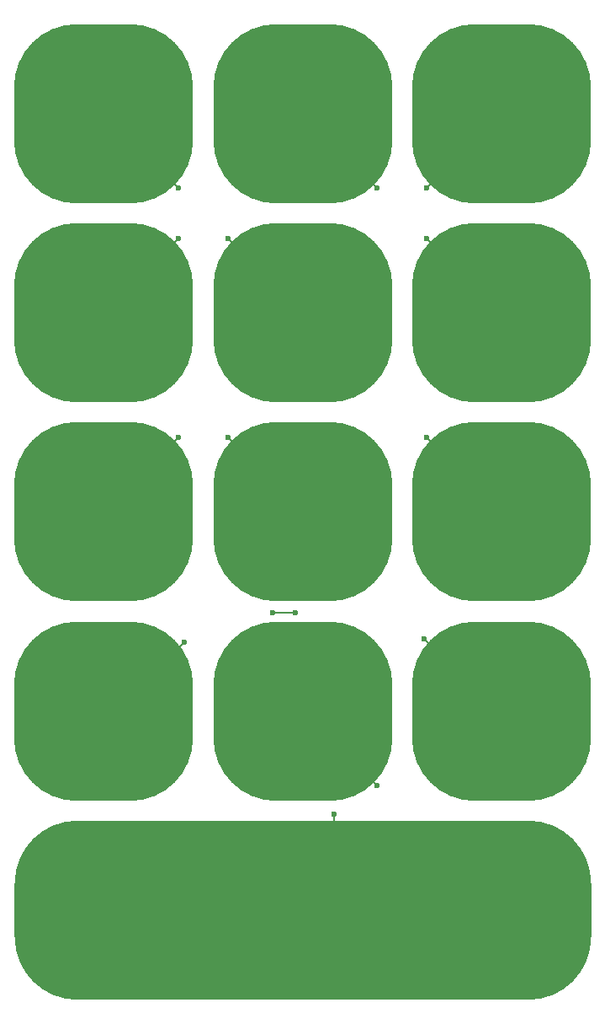
<source format=gtl>
G04 #@! TF.GenerationSoftware,KiCad,Pcbnew,8.0.5-8.0.5-0~ubuntu24.04.1*
G04 #@! TF.CreationDate,2024-10-02T13:28:41+10:00*
G04 #@! TF.ProjectId,Touch Keypad,546f7563-6820-44b6-9579-7061642e6b69,rev?*
G04 #@! TF.SameCoordinates,PXbebc200PY8b3c880*
G04 #@! TF.FileFunction,Copper,L1,Top*
G04 #@! TF.FilePolarity,Positive*
%FSLAX46Y46*%
G04 Gerber Fmt 4.6, Leading zero omitted, Abs format (unit mm)*
G04 Created by KiCad (PCBNEW 8.0.5-8.0.5-0~ubuntu24.04.1) date 2024-10-02 13:28:41*
%MOMM*%
%LPD*%
G01*
G04 APERTURE LIST*
G04 Aperture macros list*
%AMRoundRect*
0 Rectangle with rounded corners*
0 $1 Rounding radius*
0 $2 $3 $4 $5 $6 $7 $8 $9 X,Y pos of 4 corners*
0 Add a 4 corners polygon primitive as box body*
4,1,4,$2,$3,$4,$5,$6,$7,$8,$9,$2,$3,0*
0 Add four circle primitives for the rounded corners*
1,1,$1+$1,$2,$3*
1,1,$1+$1,$4,$5*
1,1,$1+$1,$6,$7*
1,1,$1+$1,$8,$9*
0 Add four rect primitives between the rounded corners*
20,1,$1+$1,$2,$3,$4,$5,0*
20,1,$1+$1,$4,$5,$6,$7,0*
20,1,$1+$1,$6,$7,$8,$9,0*
20,1,$1+$1,$8,$9,$2,$3,0*%
G04 Aperture macros list end*
G04 #@! TA.AperFunction,SMDPad,CuDef*
%ADD10RoundRect,6.300000X-2.700000X-2.700000X2.700000X-2.700000X2.700000X2.700000X-2.700000X2.700000X0*%
G04 #@! TD*
G04 #@! TA.AperFunction,SMDPad,CuDef*
%ADD11RoundRect,6.300000X-22.700000X-2.700000X22.700000X-2.700000X22.700000X2.700000X-22.700000X2.700000X0*%
G04 #@! TD*
G04 #@! TA.AperFunction,ViaPad*
%ADD12C,0.600000*%
G04 #@! TD*
G04 #@! TA.AperFunction,Conductor*
%ADD13C,0.200000*%
G04 #@! TD*
G04 APERTURE END LIST*
D10*
X-15000000Y76000000D03*
X-55000000Y36000000D03*
X-35000000Y96000000D03*
X-55000000Y56000000D03*
X-15000000Y56000000D03*
X-15000000Y36000000D03*
X-55000000Y96000000D03*
X-55000000Y76000000D03*
X-15000000Y96000000D03*
X-35000000Y76000000D03*
D11*
X-35000000Y16000000D03*
D10*
X-35000000Y36000000D03*
X-35000000Y56000000D03*
D12*
X-38000000Y45873200D03*
X-35743700Y45873200D03*
X-47500000Y88500000D03*
X-27500000Y88500000D03*
X-22500000Y88500000D03*
X-31800000Y25600000D03*
X-47500000Y83500000D03*
X-42500000Y83500000D03*
X-22750000Y43250000D03*
X-47500000Y63500000D03*
X-22500000Y63500000D03*
X-42500000Y63500000D03*
X-46875000Y42875000D03*
X-27500000Y28500000D03*
X-22500000Y83500000D03*
D13*
X-34000000Y16000000D02*
X-35000000Y16000000D01*
X-31800000Y25600000D02*
X-31800000Y18200000D01*
X-31800000Y18200000D02*
X-34000000Y16000000D01*
X-27500000Y28500000D02*
X-35000000Y36000000D01*
X-55000000Y96000000D02*
X-47500000Y88500000D01*
X-38000000Y45873200D02*
X-35743700Y45873200D01*
X-35000000Y96000000D02*
X-27500000Y88500000D01*
X-15000000Y96000000D02*
X-22500000Y88500000D01*
X-55000000Y76000000D02*
X-47500000Y83500000D01*
X-35000000Y76000000D02*
X-42500000Y83500000D01*
X-15500000Y36000000D02*
X-15000000Y36000000D01*
X-22750000Y43250000D02*
X-15500000Y36000000D01*
X-47500000Y63500000D02*
X-55000000Y56000000D01*
X-15000000Y56000000D02*
X-22500000Y63500000D01*
X-35000000Y56000000D02*
X-42500000Y63500000D01*
X-53750000Y36000000D02*
X-55000000Y36000000D01*
X-46875000Y42875000D02*
X-53750000Y36000000D01*
X-15000000Y76000000D02*
X-22500000Y83500000D01*
M02*

</source>
